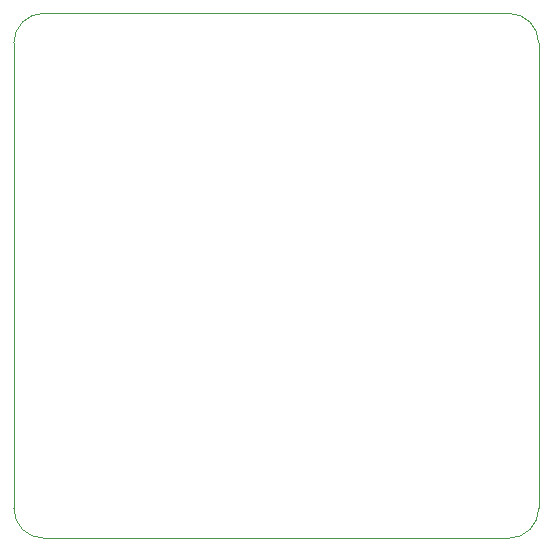
<source format=gbr>
%TF.GenerationSoftware,KiCad,Pcbnew,7.0.6-0*%
%TF.CreationDate,2023-08-20T22:08:50-07:00*%
%TF.ProjectId,IDC_adapter,4944435f-6164-4617-9074-65722e6b6963,rev?*%
%TF.SameCoordinates,Original*%
%TF.FileFunction,Profile,NP*%
%FSLAX46Y46*%
G04 Gerber Fmt 4.6, Leading zero omitted, Abs format (unit mm)*
G04 Created by KiCad (PCBNEW 7.0.6-0) date 2023-08-20 22:08:50*
%MOMM*%
%LPD*%
G01*
G04 APERTURE LIST*
%TA.AperFunction,Profile*%
%ADD10C,0.100000*%
%TD*%
G04 APERTURE END LIST*
D10*
X171450000Y-127000000D02*
X132080000Y-127000000D01*
X132080000Y-82550000D02*
X171450000Y-82550000D01*
X173990000Y-85090000D02*
X173990000Y-124460000D01*
X132080000Y-82550000D02*
G75*
G03*
X129540000Y-85090000I0J-2540000D01*
G01*
X129540000Y-124460000D02*
X129540000Y-85090000D01*
X173990000Y-85090000D02*
G75*
G03*
X171450000Y-82550000I-2540000J0D01*
G01*
X129540000Y-124460000D02*
G75*
G03*
X132080000Y-127000000I2540000J0D01*
G01*
X171450000Y-127000000D02*
G75*
G03*
X173990000Y-124460000I0J2540000D01*
G01*
M02*

</source>
